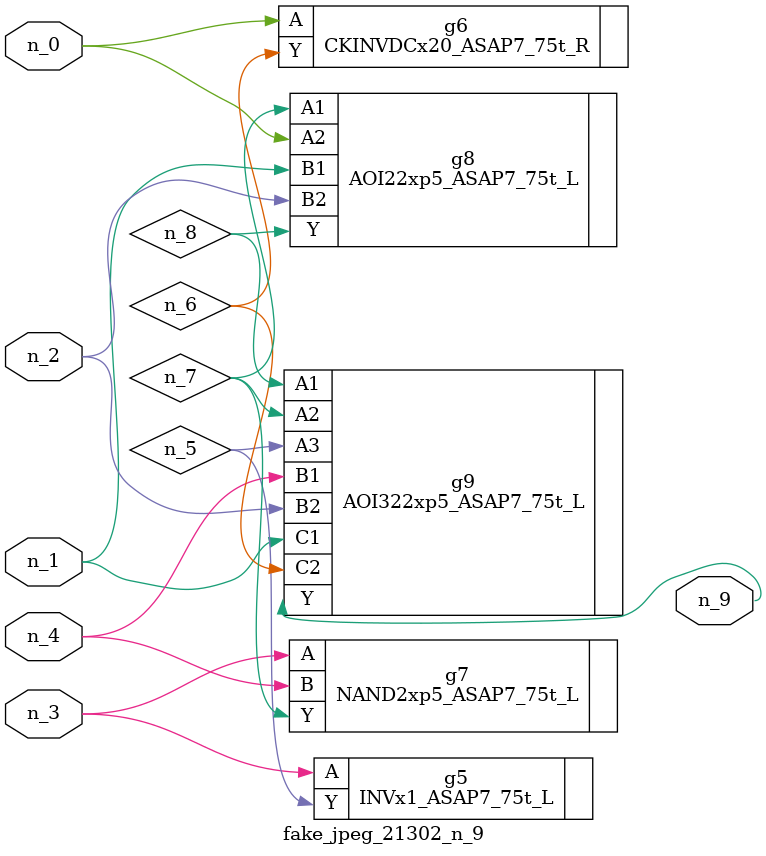
<source format=v>
module fake_jpeg_21302_n_9 (n_3, n_2, n_1, n_0, n_4, n_9);

input n_3;
input n_2;
input n_1;
input n_0;
input n_4;

output n_9;

wire n_8;
wire n_6;
wire n_5;
wire n_7;

INVx1_ASAP7_75t_L g5 ( 
.A(n_3),
.Y(n_5)
);

CKINVDCx20_ASAP7_75t_R g6 ( 
.A(n_0),
.Y(n_6)
);

NAND2xp5_ASAP7_75t_L g7 ( 
.A(n_3),
.B(n_4),
.Y(n_7)
);

AOI22xp5_ASAP7_75t_L g8 ( 
.A1(n_7),
.A2(n_0),
.B1(n_1),
.B2(n_2),
.Y(n_8)
);

AOI322xp5_ASAP7_75t_L g9 ( 
.A1(n_8),
.A2(n_7),
.A3(n_5),
.B1(n_4),
.B2(n_2),
.C1(n_1),
.C2(n_6),
.Y(n_9)
);


endmodule
</source>
